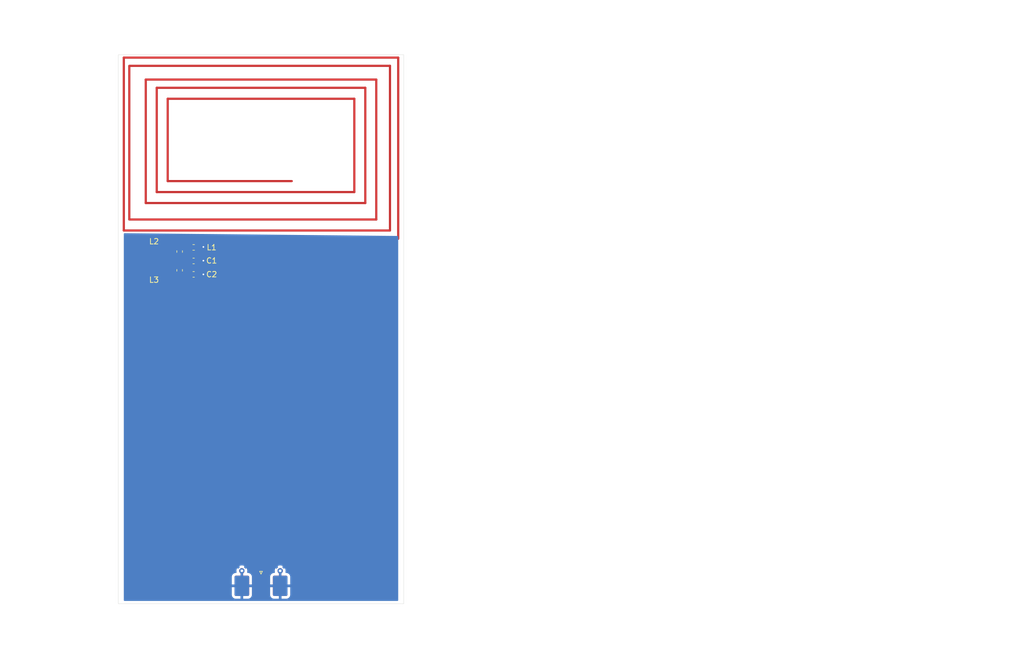
<source format=kicad_pcb>
(kicad_pcb (version 20240108) (generator "pcbnew") (generator_version "8.0")
  (layers (0 "F.Cu" signal) (31 "B.Cu" signal) (34 "B.Paste" user) (35 "F.Paste" user) (36 "B.SilkS" user "B.Silkscreen") (37 "F.SilkS" user "F.Silkscreen") (38 "B.Mask" user) (39 "F.Mask" user) (44 "Edge.Cuts" user))
  (net 0 "")
  (net 1 "Net-(C1-Pad1)")
  (net 2 "GND")
  (net 3 "Net-(AE1-A)")
  (net 4 "OUT")
  (footprint "Inductor_SMD:L_0603_1608Metric" (layer "F.Cu") (at 87.729749 100.085024)
    (property "Reference" "L1" (at 3.270251 0 0) (layer "F.SilkS"))
    (property "Value" "68nH")
    (fp_line (start -0.162779 -0.51) (end 0.162779 -0.51) (stroke (width 0.12)) (layer "F.SilkS"))
    (fp_line (start -0.162779 0.51) (end 0.162779 0.51) (stroke (width 0.12)) (layer "F.SilkS"))
    (pad "1" smd roundrect (at -0.7875 0) (size 0.875 0.95) (layers "F.Cu" "F.Paste" "F.Mask") (net 3 "Net-(AE1-A)"))
    (pad "2" smd roundrect (at 0.7875 0) (size 0.875 0.95) (layers "F.Cu" "F.Paste" "F.Mask") (net 2 "GND"))
  )
  (footprint "Capacitor_SMD:C_0603_1608Metric" (layer "F.Cu") (at 87.725 105)
    (property "Reference" "C2" (at 3.275 0 0) (layer "F.SilkS"))
    (property "Value" "68pF")
    (fp_line (start -0.14058 -0.51) (end 0.14058 -0.51) (stroke (width 0.12)) (layer "F.SilkS"))
    (fp_line (start -0.14058 0.51) (end 0.14058 0.51) (stroke (width 0.12)) (layer "F.SilkS"))
    (pad "1" smd roundrect (at -0.775 0) (size 0.9 0.95) (layers "F.Cu" "F.Paste" "F.Mask") (net 4 "OUT"))
    (pad "2" smd roundrect (at 0.775 0) (size 0.9 0.95) (layers "F.Cu" "F.Paste" "F.Mask") (net 2 "GND"))
  )
  (footprint "Inductor_SMD:L_0603_1608Metric" (layer "F.Cu") (at 85.169635 104.259954 90)
    (property "Reference" "L3" (at -1.740046 -4.669635 180) (layer "F.SilkS"))
    (property "Value" "100nH")
    (fp_line (start -0.162779 -0.51) (end 0.162779 -0.51) (stroke (width 0.12)) (layer "F.SilkS"))
    (fp_line (start -0.162779 0.51) (end 0.162779 0.51) (stroke (width 0.12)) (layer "F.SilkS"))
    (pad "1" smd roundrect (at -0.7875 0 90) (size 0.875 0.95) (layers "F.Cu" "F.Paste" "F.Mask") (net 4 "OUT"))
    (pad "2" smd roundrect (at 0.7875 0 90) (size 0.875 0.95) (layers "F.Cu" "F.Paste" "F.Mask") (net 1 "Net-(C1-Pad1)"))
  )
  (footprint "Connector_Coaxial:SMA_Molex_73251-2120_EdgeMount_Horizontal" (layer "F.Cu") (at 100 162 -90)
    (property "Reference" "J1" (hide yes))
    (property "Value" "Conn_Coaxial_Small" (hide yes))
    (fp_line (start -0.25 3.4925) (end -2.985 3.4925) (stroke (width 0.46)) (layer "F.Cu"))
    (fp_line (start -0.25 -3.4925) (end -2.985 -3.4925) (stroke (width 0.46)) (layer "F.Cu"))
    (fp_line (start -0.25 3.4925) (end -2.985 3.4925) (stroke (width 0.46)) (layer "B.Cu"))
    (fp_line (start -0.25 -3.4925) (end -2.985 -3.4925) (stroke (width 0.46)) (layer "B.Cu"))
    (fp_line (start -2.9 0.25) (end -2.4 0) (stroke (width 0.12)) (layer "F.SilkS"))
    (fp_line (start -2.4 0) (end -2.9 -0.25) (stroke (width 0.12)) (layer "F.SilkS"))
    (fp_line (start -2.9 -0.25) (end -2.9 0.25) (stroke (width 0.12)) (layer "F.SilkS"))
    (pad "1" smd roundrect (at -0.25 0 270) (size 3.69 1.78) (layers "F.Cu" "F.Paste" "F.Mask") (roundrect_rratio 0.1404494382) (net 4 "OUT"))
    (pad "2" thru_hole circle (at -2.985 -3.4925 270) (size 0.97 0.97) (drill 0.46) (layers "*.Cu") (net 2 "GND"))
    (pad "2" thru_hole circle (at -2.985 3.4925 270) (size 0.97 0.97) (drill 0.46) (layers "*.Cu") (net 2 "GND"))
    (pad "2" smd roundrect (at -0.25 -3.4925 270) (size 3.69 2.665) (layers "F.Cu" "F.Paste" "F.Mask") (roundrect_rratio 0.09380863039) (net 2 "GND"))
    (pad "2" smd roundrect (at -0.25 -3.4925 270) (size 3.69 2.665) (layers "B.Cu" "B.Paste" "B.Mask") (roundrect_rratio 0.09380863039) (net 2 "GND"))
    (pad "2" smd roundrect (at -0.25 3.4925 270) (size 3.69 2.665) (layers "F.Cu" "F.Paste" "F.Mask") (roundrect_rratio 0.09380863039) (net 2 "GND"))
    (pad "2" smd roundrect (at -0.25 3.4925 270) (size 3.69 2.665) (layers "B.Cu" "B.Paste" "B.Mask") (roundrect_rratio 0.09380863039) (net 2 "GND"))
  )
  (footprint "Inductor_SMD:L_0603_1608Metric" (layer "F.Cu") (at 85.169635 100.834954 90)
    (property "Reference" "L2" (at 1.834954 -4.669635 180) (layer "F.SilkS"))
    (property "Value" "1.5nH")
    (fp_line (start -0.162779 -0.51) (end 0.162779 -0.51) (stroke (width 0.12)) (layer "F.SilkS"))
    (fp_line (start -0.162779 0.51) (end 0.162779 0.51) (stroke (width 0.12)) (layer "F.SilkS"))
    (pad "1" smd roundrect (at -0.7875 0 90) (size 0.875 0.95) (layers "F.Cu" "F.Paste" "F.Mask") (net 1 "Net-(C1-Pad1)"))
    (pad "2" smd roundrect (at 0.7875 0 90) (size 0.875 0.95) (layers "F.Cu" "F.Paste" "F.Mask") (net 3 "Net-(AE1-A)"))
  )
  (footprint "Capacitor_SMD:C_0603_1608Metric" (layer "F.Cu") (at 87.721125 102.555941)
    (property "Reference" "C1" (at 3.278875 -0.055941 0) (layer "F.SilkS"))
    (property "Value" "82pF")
    (fp_line (start -0.14058 -0.51) (end 0.14058 -0.51) (stroke (width 0.12)) (layer "F.SilkS"))
    (fp_line (start -0.14058 0.51) (end 0.14058 0.51) (stroke (width 0.12)) (layer "F.SilkS"))
    (pad "1" smd roundrect (at -0.775 0) (size 0.9 0.95) (layers "F.Cu" "F.Paste" "F.Mask") (net 1 "Net-(C1-Pad1)"))
    (pad "2" smd roundrect (at 0.775 0) (size 0.9 0.95) (layers "F.Cu" "F.Paste" "F.Mask") (net 2 "GND"))
  )
  (gr_line (start 74 65) (end 126 65) (stroke (width 0.05)) (layer "Edge.Cuts"))
  (gr_line (start 126 65) (end 126 165) (stroke (width 0.05)) (layer "Edge.Cuts"))
  (gr_line (start 74 165) (end 74 65) (stroke (width 0.05)) (layer "Edge.Cuts"))
  (gr_line (start 126 165) (end 74 165) (stroke (width 0.05)) (layer "Edge.Cuts"))
  (segment (start 85.613694 102.555941) (end 85.169635 103) (width 1) (layer "F.Cu") (net 1))
  (segment (start 86.946125 102.555941) (end 85.613694 102.555941) (width 1) (layer "F.Cu") (net 1))
  (segment (start 85.169635 103) (end 85.169635 103.472454) (width 1) (layer "F.Cu") (net 1))
  (segment (start 85.169635 101.622454) (end 85.169635 103) (width 1) (layer "F.Cu") (net 1))
  (segment (start 89.414976 100.085024) (end 89.5 100) (width 0.4) (layer "F.Cu") (net 2))
  (segment (start 88.5 105) (end 89.5 105) (width 0.4) (layer "F.Cu") (net 2))
  (segment (start 89.444059 102.555941) (end 89.5 102.5) (width 0.4) (layer "F.Cu") (net 2))
  (segment (start 88.517249 100.085024) (end 89.414976 100.085024) (width 0.4) (layer "F.Cu") (net 2))
  (segment (start 88.496125 102.555941) (end 89.444059 102.555941) (width 0.4) (layer "F.Cu") (net 2))
  (via (at 89.5 100) (size 0.6) (drill 0.3) (layers "F.Cu" "B.Cu") (net 2))
  (via (at 89.5 105) (size 0.6) (drill 0.3) (layers "F.Cu" "B.Cu") (net 2))
  (via (at 89.5 102.5) (size 0.6) (drill 0.3) (layers "F.Cu" "B.Cu") (net 2))
  (segment (start 85.1 98.5) (end 124.9 98.5) (width 0.4) (layer "F.Cu") (net 3))
  (segment (start 117 90) (end 117 73) (width 0.4) (layer "F.Cu") (net 3))
  (segment (start 125 98.5) (end 125 65.5) (width 0.4) (layer "F.Cu") (net 3))
  (segment (start 76 67.15) (end 76 94.85) (width 0.4) (layer "F.Cu") (net 3))
  (segment (start 83 88) (end 105.6 88) (width 0.4) (layer "F.Cu") (net 3))
  (segment (start 123.5 67) (end 76 67) (width 0.4) (layer "F.Cu") (net 3))
  (segment (start 83 73) (end 83 88) (width 0.4) (layer "F.Cu") (net 3))
  (segment (start 123.5 97) (end 123.5 67) (width 0.4) (layer "F.Cu") (net 3))
  (segment (start 121 95) (end 121 69.5) (width 0.4) (layer "F.Cu") (net 3))
  (segment (start 119 92) (end 119 71) (width 0.4) (layer "F.Cu") (net 3))
  (segment (start 85.169635 98.569635) (end 85.1 98.5) (width 0.4) (layer "F.Cu") (net 3))
  (segment (start 85.207205 100.085024) (end 85.169635 100.047454) (width 1) (layer "F.Cu") (net 3))
  (segment (start 81 71) (end 81 90) (width 0.4) (layer "F.Cu") (net 3))
  (segment (start 75 65.5) (end 75 97) (width 0.4) (layer "F.Cu") (net 3))
  (segment (start 125 65.5) (end 75 65.5) (width 0.4) (layer "F.Cu") (net 3))
  (segment (start 121 69.5) (end 79 69.5) (width 0.4) (layer "F.Cu") (net 3))
  (segment (start 85.169635 100.047454) (end 85.169635 98.569635) (width 0.4) (layer "F.Cu") (net 3))
  (segment (start 81 90) (end 117 90) (width 0.4) (layer "F.Cu") (net 3))
  (segment (start 75 97) (end 123.5 97) (width 0.4) (layer "F.Cu") (net 3))
  (segment (start 79 69.5) (end 79 92) (width 0.4) (layer "F.Cu") (net 3))
  (segment (start 76 95) (end 121 95) (width 0.4) (layer "F.Cu") (net 3))
  (segment (start 79 92) (end 119 92) (width 0.4) (layer "F.Cu") (net 3))
  (segment (start 119 71) (end 81 71) (width 0.4) (layer "F.Cu") (net 3))
  (segment (start 117 73) (end 83 73) (width 0.4) (layer "F.Cu") (net 3))
  (segment (start 86.942249 100.085024) (end 85.207205 100.085024) (width 1) (layer "F.Cu") (net 3))
  (segment (start 85.169635 106.330365) (end 85 106.5) (width 1) (layer "F.Cu") (net 4))
  (segment (start 100 161.75) (end 100 157.5) (width 1) (layer "F.Cu") (net 4))
  (segment (start 85.217089 105) (end 85.169635 105.047454) (width 1) (layer "F.Cu") (net 4))
  (segment (start 86.95 105) (end 85.217089 105) (width 1) (layer "F.Cu") (net 4))
  (segment (start 85.169635 105.047454) (end 85.169635 106.330365) (width 1) (layer "F.Cu") (net 4))
  (zone (net 4) (net_name "OUT") (layer "F.Cu") (priority 1) (connect_pads (clearance 0)) (min_thickness 0.25) (fill yes (thermal_gap 0.5) (thermal_bridge_width 0.5))
    (polygon (pts (xy 101.5 159) (xy 101.5 125) (xy 98.5 122) (xy 86.5 122) (xy 86.5 106) (xy 83.5 106) (xy 83.5 122) (xy 86.5 125) (xy 98.5 125) (xy 98.5 159)))
  )
  (zone (net 2) (net_name "GND") (layer "B.Cu") (connect_pads (clearance 0.5)) (min_thickness 0.25) (fill yes (thermal_gap 0.5) (thermal_bridge_width 0.5))
    (polygon (pts (xy 75 165) (xy 75 97.5) (xy 125 98) (xy 125 165)))
  )
)
</source>
